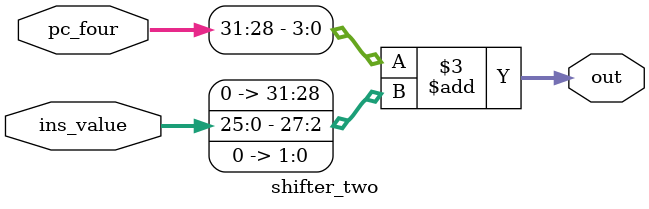
<source format=v>
module shifter_two(ins_value, pc_four, out);
input [31:0] ins_value;
input [31:0] pc_four;
output reg [31:0] out;
always @(*)
begin
    out = pc_four[31:28] + (ins_value[25:0] << 2);
    //$display("shift %x, cur ins_value %x", out, ins_value);
end
    endmodule

</source>
